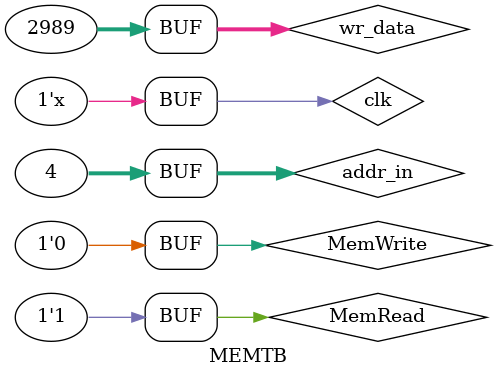
<source format=v>
module MEMTB;
	reg [31:0]addr_in, wr_data;
	reg MemWrite, MemRead, clk;

	wire [31:0] rd_data;

	MEM uut(.addr_in, .wr_data, .MemWrite, .MemRead, .clk, .rd_data);

	initial begin
		clk = 0;
		MemRead = 0;
		MemWrite = 1;

		addr_in = 32'h0;
		wr_data = 32'haa;

		#50;

		MemRead = 1;
		MemWrite = 0;

		addr_in = 32'h0;

		#50;

		MemRead = 0;
		MemWrite = 1;

		addr_in = 32'h4;
		wr_data = 32'hbeef;

		#50;

		MemRead = 0;
		MemWrite = 1;

		addr_in = 32'h8;
		wr_data = 32'h0bad;

		#50

		MemRead = 1;
		MemWrite = 0;

		addr_in = 32'h4;
	end

	always #5 clk = ~clk;

endmodule
</source>
